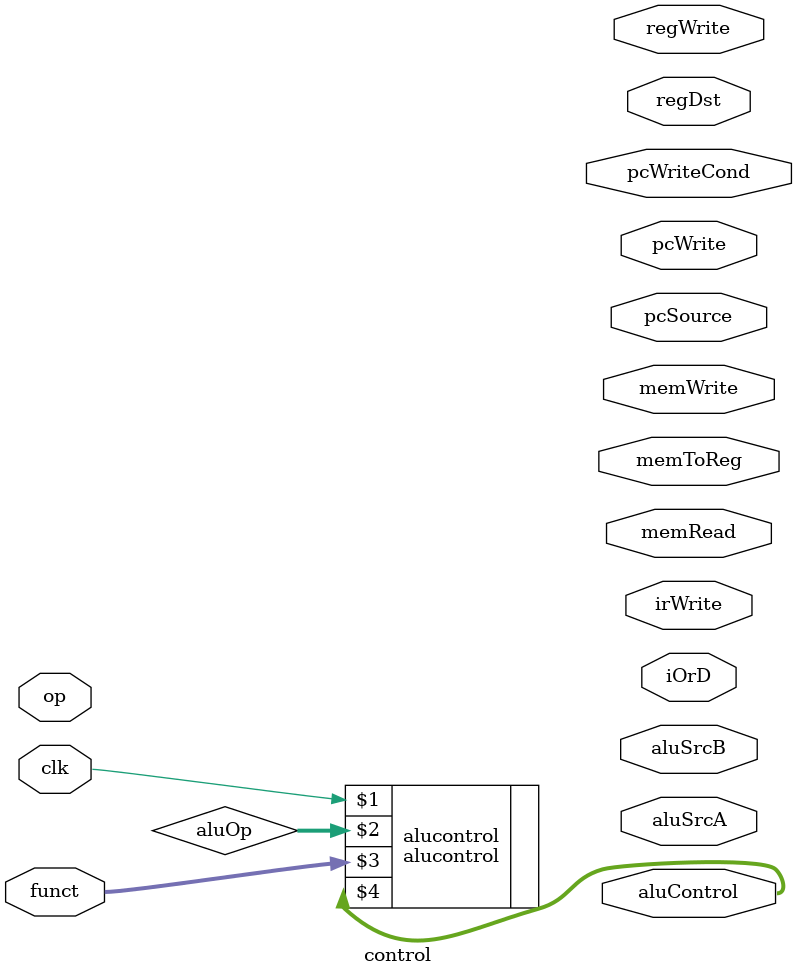
<source format=v>
`timescale 1ns / 1ps


module control(
    input wire clk,
    input wire [5:0] op,
    input wire [5:0] funct,
    output wire pcWriteCond,
    output wire pcWrite,
    output wire iOrD,
    output wire memRead,
    output wire memWrite,
    output wire memToReg,
    output wire irWrite,
    output wire [1:0] pcSource,
    output wire [1:0] aluSrcB,
    output wire aluSrcA,
    output wire regWrite,
    output wire regDst,
    output wire [2:0] aluControl
    );
    
    reg [2:0] aluOp;
    
    // ALU Control
    alucontrol alucontrol(
        clk,
        aluOp,
        funct,
        aluControl
    );
endmodule

</source>
